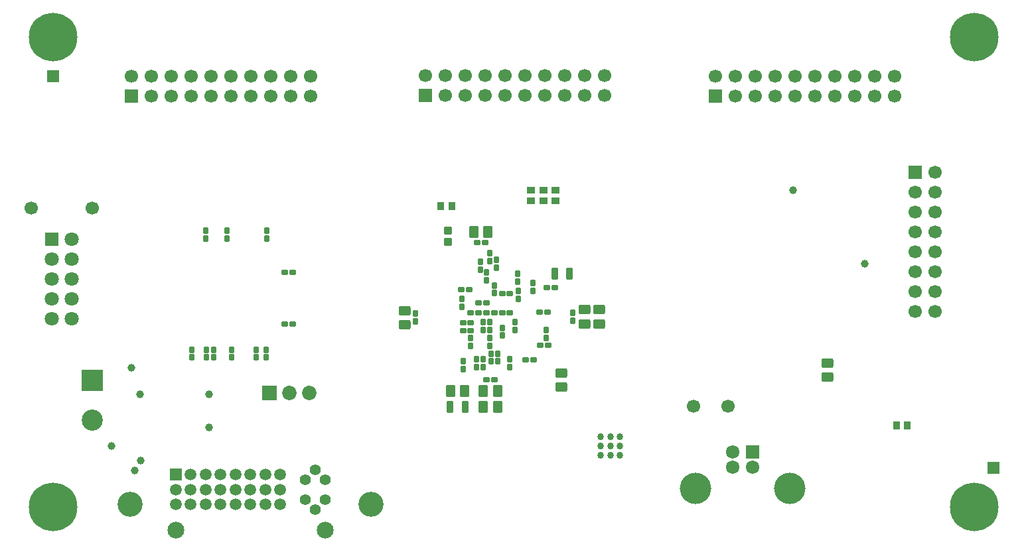
<source format=gbs>
G04*
G04 #@! TF.GenerationSoftware,Altium Limited,Altium Designer,18.0.11 (651)*
G04*
G04 Layer_Color=16711935*
%FSLAX42Y42*%
%MOMM*%
G71*
G01*
G75*
%ADD69R,1.50X1.50*%
G04:AMPARAMS|DCode=72|XSize=0.7mm|YSize=0.8mm|CornerRadius=0.16mm|HoleSize=0mm|Usage=FLASHONLY|Rotation=270.000|XOffset=0mm|YOffset=0mm|HoleType=Round|Shape=RoundedRectangle|*
%AMROUNDEDRECTD72*
21,1,0.70,0.48,0,0,270.0*
21,1,0.38,0.80,0,0,270.0*
1,1,0.33,-0.24,-0.19*
1,1,0.33,-0.24,0.19*
1,1,0.33,0.24,0.19*
1,1,0.33,0.24,-0.19*
%
%ADD72ROUNDEDRECTD72*%
G04:AMPARAMS|DCode=75|XSize=1.1mm|YSize=0.9mm|CornerRadius=0.19mm|HoleSize=0mm|Usage=FLASHONLY|Rotation=180.000|XOffset=0mm|YOffset=0mm|HoleType=Round|Shape=RoundedRectangle|*
%AMROUNDEDRECTD75*
21,1,1.10,0.53,0,0,180.0*
21,1,0.73,0.90,0,0,180.0*
1,1,0.38,-0.36,0.26*
1,1,0.38,0.36,0.26*
1,1,0.38,0.36,-0.26*
1,1,0.38,-0.36,-0.26*
%
%ADD75ROUNDEDRECTD75*%
G04:AMPARAMS|DCode=76|XSize=1.1mm|YSize=0.9mm|CornerRadius=0.19mm|HoleSize=0mm|Usage=FLASHONLY|Rotation=270.000|XOffset=0mm|YOffset=0mm|HoleType=Round|Shape=RoundedRectangle|*
%AMROUNDEDRECTD76*
21,1,1.10,0.53,0,0,270.0*
21,1,0.73,0.90,0,0,270.0*
1,1,0.38,-0.26,-0.36*
1,1,0.38,-0.26,0.36*
1,1,0.38,0.26,0.36*
1,1,0.38,0.26,-0.36*
%
%ADD76ROUNDEDRECTD76*%
G04:AMPARAMS|DCode=81|XSize=1.1mm|YSize=1mm|CornerRadius=0.2mm|HoleSize=0mm|Usage=FLASHONLY|Rotation=180.000|XOffset=0mm|YOffset=0mm|HoleType=Round|Shape=RoundedRectangle|*
%AMROUNDEDRECTD81*
21,1,1.10,0.60,0,0,180.0*
21,1,0.70,1.00,0,0,180.0*
1,1,0.40,-0.35,0.30*
1,1,0.40,0.35,0.30*
1,1,0.40,0.35,-0.30*
1,1,0.40,-0.35,-0.30*
%
%ADD81ROUNDEDRECTD81*%
G04:AMPARAMS|DCode=91|XSize=1.5mm|YSize=1.2mm|CornerRadius=0.23mm|HoleSize=0mm|Usage=FLASHONLY|Rotation=90.000|XOffset=0mm|YOffset=0mm|HoleType=Round|Shape=RoundedRectangle|*
%AMROUNDEDRECTD91*
21,1,1.50,0.75,0,0,90.0*
21,1,1.05,1.20,0,0,90.0*
1,1,0.45,0.38,0.53*
1,1,0.45,0.38,-0.53*
1,1,0.45,-0.38,-0.53*
1,1,0.45,-0.38,0.53*
%
%ADD91ROUNDEDRECTD91*%
G04:AMPARAMS|DCode=92|XSize=0.7mm|YSize=0.8mm|CornerRadius=0.16mm|HoleSize=0mm|Usage=FLASHONLY|Rotation=180.000|XOffset=0mm|YOffset=0mm|HoleType=Round|Shape=RoundedRectangle|*
%AMROUNDEDRECTD92*
21,1,0.70,0.48,0,0,180.0*
21,1,0.38,0.80,0,0,180.0*
1,1,0.33,-0.19,0.24*
1,1,0.33,0.19,0.24*
1,1,0.33,0.19,-0.24*
1,1,0.33,-0.19,-0.24*
%
%ADD92ROUNDEDRECTD92*%
G04:AMPARAMS|DCode=100|XSize=1.5mm|YSize=0.9mm|CornerRadius=0.19mm|HoleSize=0mm|Usage=FLASHONLY|Rotation=90.000|XOffset=0mm|YOffset=0mm|HoleType=Round|Shape=RoundedRectangle|*
%AMROUNDEDRECTD100*
21,1,1.50,0.53,0,0,90.0*
21,1,1.13,0.90,0,0,90.0*
1,1,0.38,0.26,0.56*
1,1,0.38,0.26,-0.56*
1,1,0.38,-0.26,-0.56*
1,1,0.38,-0.26,0.56*
%
%ADD100ROUNDEDRECTD100*%
G04:AMPARAMS|DCode=110|XSize=1.5mm|YSize=1.2mm|CornerRadius=0.23mm|HoleSize=0mm|Usage=FLASHONLY|Rotation=0.000|XOffset=0mm|YOffset=0mm|HoleType=Round|Shape=RoundedRectangle|*
%AMROUNDEDRECTD110*
21,1,1.50,0.75,0,0,0.0*
21,1,1.05,1.20,0,0,0.0*
1,1,0.45,0.53,-0.38*
1,1,0.45,-0.53,-0.38*
1,1,0.45,-0.53,0.38*
1,1,0.45,0.53,0.38*
%
%ADD110ROUNDEDRECTD110*%
%ADD113C,1.70*%
%ADD114C,1.40*%
%ADD115C,3.20*%
%ADD116C,1.50*%
%ADD117R,1.50X1.50*%
%ADD118C,2.15*%
%ADD119R,1.70X1.70*%
%ADD120R,1.70X1.70*%
%ADD121R,1.85X1.85*%
%ADD122C,1.85*%
%ADD123C,2.70*%
%ADD124R,2.70X2.70*%
%ADD125C,1.72*%
%ADD126C,4.00*%
%ADD127R,1.72X1.72*%
%ADD128C,1.80*%
%ADD129R,1.80X1.80*%
%ADD130C,6.20*%
%ADD131C,1.00*%
%ADD214C,0.86*%
D69*
X500Y6000D02*
D03*
X12500Y1000D02*
D03*
D72*
X5810Y3280D02*
D03*
X5710D02*
D03*
X6330Y3230D02*
D03*
X6230D02*
D03*
X5930Y3110D02*
D03*
X6030D02*
D03*
X5930Y2980D02*
D03*
X5830D02*
D03*
X6130D02*
D03*
X6030D02*
D03*
X6230Y2980D02*
D03*
X6330D02*
D03*
X6010Y3880D02*
D03*
X5910D02*
D03*
X6800Y3300D02*
D03*
X6900D02*
D03*
X6710Y2990D02*
D03*
X6810D02*
D03*
X6720Y2570D02*
D03*
X6820D02*
D03*
X6530Y2380D02*
D03*
X6630D02*
D03*
X5731Y2852D02*
D03*
X5831D02*
D03*
X5731Y2752D02*
D03*
X5831D02*
D03*
X6130Y2130D02*
D03*
X6030D02*
D03*
X3560Y3500D02*
D03*
X3460D02*
D03*
X3560Y2840D02*
D03*
X3460D02*
D03*
D75*
X6910Y4410D02*
D03*
Y4550D02*
D03*
X6760Y4410D02*
D03*
Y4550D02*
D03*
X6600Y4410D02*
D03*
Y4550D02*
D03*
D76*
X11260Y1540D02*
D03*
X11400D02*
D03*
X5590Y4340D02*
D03*
X5450D02*
D03*
D81*
X5540Y4035D02*
D03*
Y3885D02*
D03*
D91*
X5750Y1980D02*
D03*
X5570D02*
D03*
X5870Y4010D02*
D03*
X6050D02*
D03*
X5990Y1780D02*
D03*
X6170D02*
D03*
X5990Y1980D02*
D03*
X6170D02*
D03*
D92*
X5950Y3530D02*
D03*
Y3630D02*
D03*
X6160Y3560D02*
D03*
Y3660D02*
D03*
X6030Y3400D02*
D03*
Y3500D02*
D03*
X6430Y3380D02*
D03*
Y3480D02*
D03*
X6620Y3360D02*
D03*
Y3260D02*
D03*
X6130Y3231D02*
D03*
Y3331D02*
D03*
X6440Y3160D02*
D03*
Y3260D02*
D03*
X5720Y3160D02*
D03*
Y3060D02*
D03*
X5990Y2760D02*
D03*
Y2860D02*
D03*
X6070Y2860D02*
D03*
Y2760D02*
D03*
X6390Y2860D02*
D03*
Y2760D02*
D03*
X6230Y2790D02*
D03*
Y2690D02*
D03*
X6070Y2560D02*
D03*
Y2660D02*
D03*
Y3640D02*
D03*
Y3740D02*
D03*
X6790Y2760D02*
D03*
Y2660D02*
D03*
X5824Y2561D02*
D03*
Y2661D02*
D03*
X5730Y2360D02*
D03*
Y2260D02*
D03*
X5900Y2390D02*
D03*
Y2290D02*
D03*
X5990Y2390D02*
D03*
Y2290D02*
D03*
X6170Y2460D02*
D03*
Y2360D02*
D03*
X6090Y2460D02*
D03*
Y2360D02*
D03*
X6330Y2390D02*
D03*
Y2290D02*
D03*
X7130Y2980D02*
D03*
Y2880D02*
D03*
X5120Y2970D02*
D03*
Y2870D02*
D03*
X2450Y4030D02*
D03*
Y3930D02*
D03*
X2720Y4030D02*
D03*
Y3930D02*
D03*
X3230Y4030D02*
D03*
Y3930D02*
D03*
X2270Y2410D02*
D03*
Y2510D02*
D03*
X2460Y2410D02*
D03*
Y2510D02*
D03*
X2550Y2410D02*
D03*
Y2510D02*
D03*
X2780Y2410D02*
D03*
Y2510D02*
D03*
X3090Y2410D02*
D03*
Y2510D02*
D03*
X3220Y2410D02*
D03*
Y2510D02*
D03*
D100*
X6902Y3480D02*
D03*
X7092D02*
D03*
X5755Y1780D02*
D03*
X5565D02*
D03*
D110*
X7470Y2840D02*
D03*
Y3020D02*
D03*
X7280Y2840D02*
D03*
Y3020D02*
D03*
X4990Y2830D02*
D03*
Y3010D02*
D03*
X6990Y2210D02*
D03*
Y2030D02*
D03*
X10380Y2160D02*
D03*
Y2340D02*
D03*
D113*
X8670Y1790D02*
D03*
X1000Y4320D02*
D03*
X220D02*
D03*
X9110Y1790D02*
D03*
X11750Y2996D02*
D03*
X11496D02*
D03*
X11750Y3250D02*
D03*
X11496D02*
D03*
X11750Y3504D02*
D03*
X11496D02*
D03*
X11750Y3758D02*
D03*
X11496D02*
D03*
X11750Y4012D02*
D03*
X11496D02*
D03*
X11750Y4266D02*
D03*
X11496D02*
D03*
X11750Y4520D02*
D03*
X11496D02*
D03*
X11750Y4774D02*
D03*
X3786Y6000D02*
D03*
Y5746D02*
D03*
X3532Y6000D02*
D03*
Y5746D02*
D03*
X3278Y6000D02*
D03*
Y5746D02*
D03*
X3024Y6000D02*
D03*
Y5746D02*
D03*
X2770Y6000D02*
D03*
Y5746D02*
D03*
X2516Y6000D02*
D03*
Y5746D02*
D03*
X2262Y6000D02*
D03*
Y5746D02*
D03*
X2008Y6000D02*
D03*
Y5746D02*
D03*
X1754Y6000D02*
D03*
Y5746D02*
D03*
X1500Y6000D02*
D03*
X7536Y6010D02*
D03*
Y5756D02*
D03*
X7282Y6010D02*
D03*
Y5756D02*
D03*
X7028Y6010D02*
D03*
Y5756D02*
D03*
X6774Y6010D02*
D03*
Y5756D02*
D03*
X6520Y6010D02*
D03*
Y5756D02*
D03*
X6266Y6010D02*
D03*
Y5756D02*
D03*
X6012Y6010D02*
D03*
Y5756D02*
D03*
X5758Y6010D02*
D03*
Y5756D02*
D03*
X5504Y6010D02*
D03*
Y5756D02*
D03*
X5250Y6010D02*
D03*
X11236Y6004D02*
D03*
Y5750D02*
D03*
X10982Y6004D02*
D03*
Y5750D02*
D03*
X10728Y6004D02*
D03*
Y5750D02*
D03*
X10474Y6004D02*
D03*
Y5750D02*
D03*
X10220Y6004D02*
D03*
Y5750D02*
D03*
X9966Y6004D02*
D03*
Y5750D02*
D03*
X9712Y6004D02*
D03*
Y5750D02*
D03*
X9458Y6004D02*
D03*
Y5750D02*
D03*
X9204Y6004D02*
D03*
Y5750D02*
D03*
X8950Y6004D02*
D03*
D114*
X3972Y597D02*
D03*
X3719D02*
D03*
Y851D02*
D03*
X3972D02*
D03*
X3846Y978D02*
D03*
Y470D02*
D03*
D115*
X4557Y531D02*
D03*
X1484Y533D02*
D03*
D116*
X2258Y914D02*
D03*
X3401D02*
D03*
Y724D02*
D03*
Y533D02*
D03*
X3210Y912D02*
D03*
Y724D02*
D03*
Y533D02*
D03*
X3017Y914D02*
D03*
Y724D02*
D03*
X3020Y533D02*
D03*
X2830Y914D02*
D03*
Y724D02*
D03*
Y533D02*
D03*
X2639Y914D02*
D03*
Y724D02*
D03*
Y533D02*
D03*
X2067Y724D02*
D03*
Y533D02*
D03*
X2258D02*
D03*
Y724D02*
D03*
X2449Y914D02*
D03*
Y724D02*
D03*
Y533D02*
D03*
D117*
X2067Y914D02*
D03*
D118*
X3972Y200D02*
D03*
X2067D02*
D03*
D119*
X11496Y4774D02*
D03*
D120*
X1500Y5746D02*
D03*
X5250Y5756D02*
D03*
X8950Y5750D02*
D03*
D121*
X3260Y1960D02*
D03*
D122*
X3514D02*
D03*
X3768D02*
D03*
D123*
X1000Y1606D02*
D03*
D124*
Y2114D02*
D03*
D125*
X9175Y1206D02*
D03*
Y1006D02*
D03*
X9425D02*
D03*
D126*
X9902Y734D02*
D03*
X8698D02*
D03*
D127*
X9425Y1206D02*
D03*
D128*
X483Y2902D02*
D03*
X737D02*
D03*
X483Y3156D02*
D03*
X737D02*
D03*
X483Y3410D02*
D03*
Y3664D02*
D03*
X737Y3918D02*
D03*
Y3410D02*
D03*
Y3664D02*
D03*
D129*
X483Y3918D02*
D03*
D130*
X500Y500D02*
D03*
Y6500D02*
D03*
X12250D02*
D03*
Y500D02*
D03*
D131*
X1500Y2280D02*
D03*
X1540Y970D02*
D03*
X9940Y4550D02*
D03*
X10860Y3610D02*
D03*
X1620Y1090D02*
D03*
X1610Y1940D02*
D03*
X1250Y1280D02*
D03*
X2490Y1520D02*
D03*
Y1940D02*
D03*
D214*
X7490Y1400D02*
D03*
X7610Y1400D02*
D03*
X7730Y1400D02*
D03*
X7490Y1280D02*
D03*
X7610D02*
D03*
X7730D02*
D03*
X7490Y1160D02*
D03*
X7610D02*
D03*
X7730D02*
D03*
M02*

</source>
